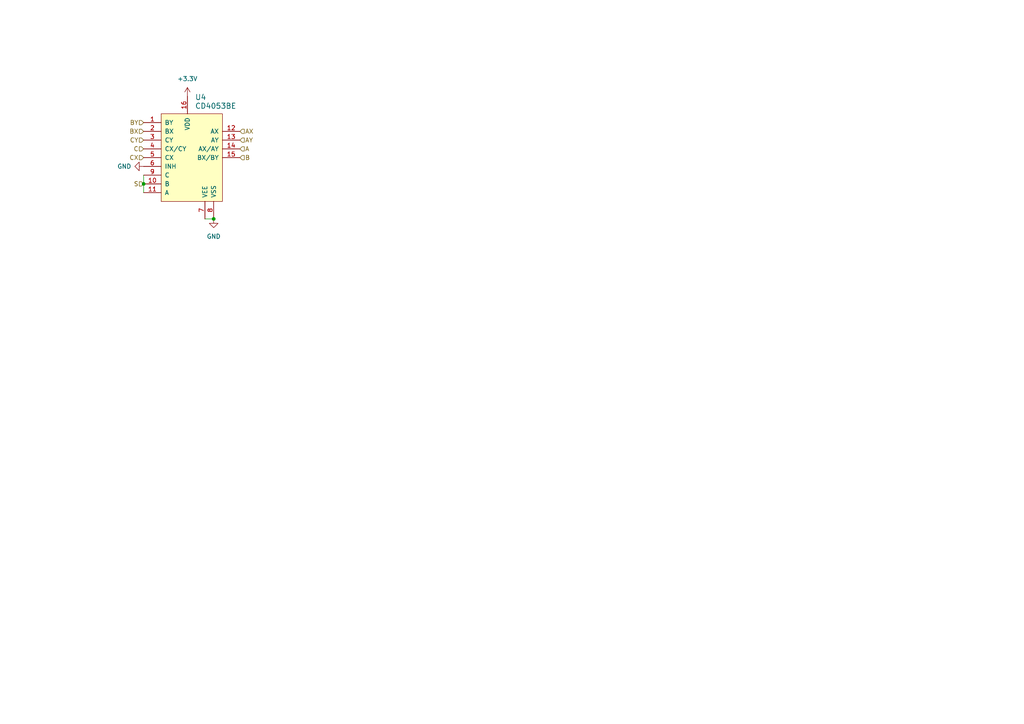
<source format=kicad_sch>
(kicad_sch (version 20230121) (generator eeschema)
  (paper "A4")
  (lib_symbols
    (symbol "dk_Interface-Analog-Switches-Multiplexers-Demultiplexers:CD4053BE" (pin_names (offset 1.016))
      (property "Reference" "U" (at -7.62 15.24 0))
      (property "Value" "CD4053BE" (at 17.78 -20.32 0))
      (symbol "CD4053BE_0_1"
        (rectangle (start -7.62 12.7) (end 10.16 -12.7) (fill (type background)))
      )
      (symbol "CD4053BE_1_1"
        (pin bidirectional line (at -12.7 10.16 0) (length 5.08) (name "BY") (number "1"))
        (pin input line (at -12.7 -7.62 0) (length 5.08) (name "B") (number "10"))
        (pin input line (at -12.7 -10.16 0) (length 5.08) (name "A") (number "11"))
        (pin bidirectional line (at 15.24 7.62 180) (length 5.08) (name "AX") (number "12"))
        (pin bidirectional line (at 15.24 5.08 180) (length 5.08) (name "AY") (number "13"))
        (pin bidirectional line (at 15.24 2.54 180) (length 5.08) (name "AX/AY") (number "14"))
        (pin bidirectional line (at 15.24 0 180) (length 5.08) (name "BX/BY") (number "15"))
        (pin power_in line (at 0 17.78 270) (length 5.08) (name "VDD") (number "16"))
        (pin bidirectional line (at -12.7 7.62 0) (length 5.08) (name "BX") (number "2"))
        (pin bidirectional line (at -12.7 5.08 0) (length 5.08) (name "CY") (number "3"))
        (pin bidirectional line (at -12.7 2.54 0) (length 5.08) (name "CX/CY") (number "4"))
        (pin bidirectional line (at -12.7 0 0) (length 5.08) (name "CX") (number "5"))
        (pin input line (at -12.7 -2.54 0) (length 5.08) (name "INH") (number "6"))
        (pin power_in line (at 5.08 -17.78 90) (length 5.08) (name "VEE") (number "7"))
        (pin power_in line (at 7.62 -17.78 90) (length 5.08) (name "VSS") (number "8"))
        (pin input line (at -12.7 -5.08 0) (length 5.08) (name "C") (number "9"))
      )
    )
    (symbol "power:+3.3V" (power) (pin_names (offset 0))
      (property "Value" "+3.3V" (at 0 3.556 0))
      (symbol "+3.3V_0_1"
        (polyline (pts (xy -0.762 1.27) (xy 0 2.54)))
        (polyline (pts (xy 0 0) (xy 0 2.54)))
        (polyline (pts (xy 0 2.54) (xy 0.762 1.27)))
      )
      (symbol "+3.3V_1_1"
        (pin power_in line (at 0 0 90) (length 0) hide (name "+3.3V") (number "1"))
      )
    )
    (symbol "power:GND" (power) (pin_names (offset 0))
      (property "Value" "GND" (at 0 -3.81 0))
      (symbol "GND_0_1"
        (polyline (pts (xy 0 0) (xy 0 -1.27) (xy 1.27 -1.27) (xy 0 -2.54) (xy -1.27 -1.27) (xy 0 -1.27)))
      )
      (symbol "GND_1_1"
        (pin power_in line (at 0 0 270) (length 0) hide (name "GND") (number "1"))
      )
    )
  )
  (junction (at 61.976 63.5))
  (junction (at 41.656 53.34))
  (wire (pts (xy 41.656 53.34) (xy 41.656 55.88)))
  (wire (pts (xy 59.436 63.5) (xy 61.976 63.5)))
  (wire (pts (xy 41.656 50.8) (xy 41.656 53.34)))
  (hierarchical_label "AX" (shape input) (at 69.596 38.1 0))
  (hierarchical_label "S" (shape input) (at 41.656 53.34 180))
  (hierarchical_label "B" (shape input) (at 69.596 45.72 0))
  (hierarchical_label "CY" (shape input) (at 41.656 40.64 180))
  (hierarchical_label "BX" (shape input) (at 41.656 38.1 180))
  (hierarchical_label "AY" (shape input) (at 69.596 40.64 0))
  (hierarchical_label "CX" (shape input) (at 41.656 45.72 180))
  (hierarchical_label "BY" (shape input) (at 41.656 35.56 180))
  (hierarchical_label "A" (shape input) (at 69.596 43.18 0))
  (hierarchical_label "C" (shape input) (at 41.656 43.18 180))
  (symbol (lib_id "power:GND") (at 61.976 63.5 0) (unit 1)
    (property "Reference" "#PWR022" (effects hide))
    (property "Value" "GND" (at 61.976 68.58 0))
  )
  (symbol (lib_id "power:+3.3V") (at 54.356 27.94 0) (unit 1)
    (property "Reference" "#PWR024" (effects hide))
    (property "Value" "+3.3V" (at 54.356 22.86 0))
  )
  (symbol (lib_id "power:GND") (at 41.656 48.26 270) (unit 1)
    (property "Reference" "#PWR025" (effects hide))
    (property "Value" "GND" (at 38.1 48.26 90) (effects (justify right)))
  )
  (symbol (lib_id "dk_Interface-Analog-Switches-Multiplexers-Demultiplexers:CD4053BE") (at 54.356 45.72 0) (unit 1)
    (property "Reference" "U4" (at 56.5501 28.194 0) (effects (font (size 1.524 1.524)) (justify left)))
    (property "Value" "CD4053BE" (at 56.5501 30.734 0) (effects (font (size 1.524 1.524)) (justify left)))
    (property "Footprint" "digikey-footprints:DIP-16_W7.62mm" (effects hide))
    (property "Datasheet" "http://www.ti.com/general/docs/suppproductinfo.tsp?distId=10&gotoUrl=http%3A%2F%2Fwww.ti.com%2Flit%2Fgpn%2Fcd4051b" (effects hide))
    (property "Digi-Key_PN" "296-2059-ND" (effects hide))
    (property "MPN" "CD4053BE" (effects hide))
    (property "Category" "Integrated Circuits (ICs)" (effects hide))
    (property "Family" "Interface - Analog Switches, Multiplexers, Demultiplexers" (effects hide))
    (property "DK_Datasheet_Link" "http://www.ti.com/general/docs/suppproductinfo.tsp?distId=10&gotoUrl=http%3A%2F%2Fwww.ti.com%2Flit%2Fgpn%2Fcd4051b" (effects hide))
    (property "DK_Detail_Page" "/product-detail/en/texas-instruments/CD4053BE/296-2059-ND/67309" (effects hide))
    (property "Description" "IC MUX/DEMUX TRIPLE 2X1 16DIP" (effects hide))
    (property "Manufacturer" "Texas Instruments" (effects hide))
    (property "Status" "Active" (effects hide))
  )
)
</source>
